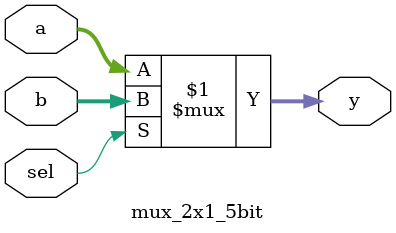
<source format=v>
module mux_2x1_5bit (
    input [4:0] a,
    input [4:0] b,
    input sel,
    output [4:0] y
);

    // for sel = 0, output a and for sel = 1, output b
    assign y = sel ? b : a;

endmodule

</source>
